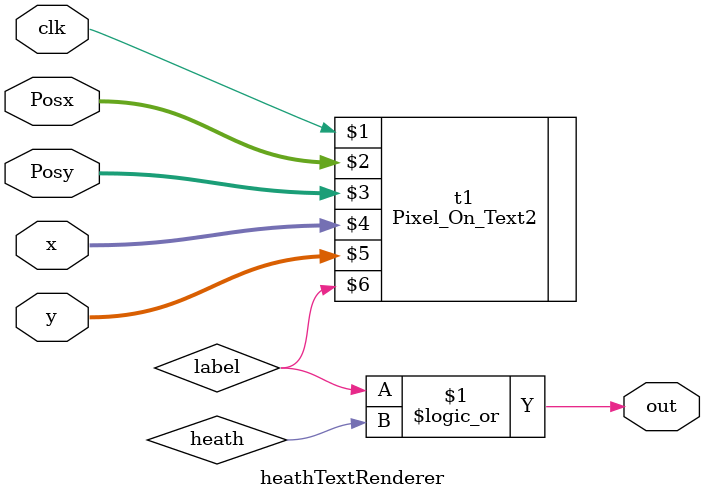
<source format=v>
`timescale 1ns / 1ps

module heathTextRenderer(
    output out,
    input [31:0] x,
    input [31:0] y,
    input [31:0] Posx,
    input [31:0] Posy,
    input clk
    );
    
    wire label, heath;
    
    Pixel_On_Text2 #(.displayText("HP")) t1(
            clk,
            Posx,
            Posy,
            x,
            y,
            label 
    );
    // TODO can't use variable so can not change
//    Pixel_On_Text2 #(.displayText(heathText)) t2(
//            clk,
//            380,
//            385,
//            x,
//            y,
//            heath
//    ); 
    
    assign out = label || heath; 
endmodule

</source>
